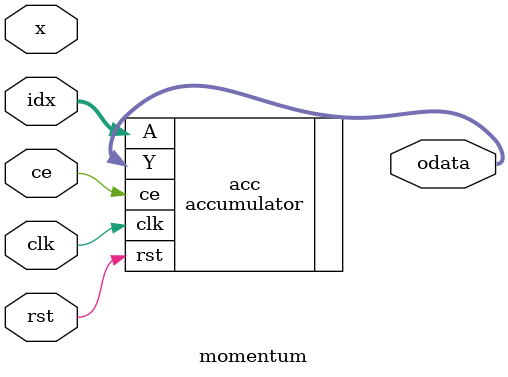
<source format=v>
`timescale 1ns / 1ps


module momentum(
    input clk,
    input ce,
    input rst,
    input x,
    input [10:0] idx,
    output [19:0] odata
);

accumulator acc (
    .clk(clk),
    .ce(ce),
    .rst(rst),
    .A(idx),
    .Y(odata)
);

endmodule

</source>
